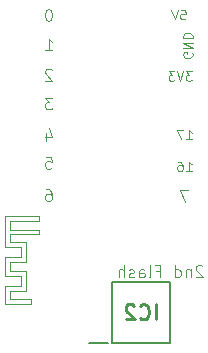
<source format=gbr>
%TF.GenerationSoftware,KiCad,Pcbnew,7.0.11-7.0.11~ubuntu22.04.1*%
%TF.CreationDate,2024-10-26T23:49:30+02:00*%
%TF.ProjectId,C6-40-Flash-test,43362d34-302d-4466-9c61-73682d746573,1.0*%
%TF.SameCoordinates,Original*%
%TF.FileFunction,Legend,Bot*%
%TF.FilePolarity,Positive*%
%FSLAX46Y46*%
G04 Gerber Fmt 4.6, Leading zero omitted, Abs format (unit mm)*
G04 Created by KiCad (PCBNEW 7.0.11-7.0.11~ubuntu22.04.1) date 2024-10-26 23:49:30*
%MOMM*%
%LPD*%
G01*
G04 APERTURE LIST*
%ADD10C,0.004000*%
%ADD11C,0.100000*%
%ADD12C,0.254000*%
%ADD13C,0.200000*%
G04 APERTURE END LIST*
D10*
X133055400Y-102000000D02*
X133055400Y-102721004D01*
X135544600Y-102721004D02*
X135544600Y-103104036D01*
X132672368Y-104157313D02*
X132672368Y-101552645D01*
X133055400Y-107871251D02*
X133055400Y-108605819D01*
X133055400Y-102721004D02*
X135544600Y-102721004D01*
X134896900Y-108988851D02*
X132672368Y-108988851D01*
X134896900Y-108605819D02*
X134896900Y-108988851D01*
X132672368Y-105049819D02*
X134043968Y-105049819D01*
X134043968Y-106601251D02*
X132672368Y-106601251D01*
X135544600Y-103104036D02*
X133055400Y-103104036D01*
X133055400Y-108605819D02*
X134896900Y-108605819D01*
X133055400Y-105432851D02*
X133055400Y-106218219D01*
X134427000Y-106218219D02*
X134427000Y-107871251D01*
X135544600Y-102000000D02*
X133055400Y-102000000D01*
X134427000Y-103774281D02*
X134427000Y-105432851D01*
X133055400Y-103774281D02*
X134427000Y-103774281D01*
X134427000Y-105432851D02*
X133055400Y-105432851D01*
X134427000Y-107871251D02*
X133055400Y-107871251D01*
X134043968Y-104157313D02*
X132672368Y-104157313D01*
X133055400Y-106218219D02*
X134427000Y-106218219D01*
X132672368Y-108988851D02*
X132672368Y-107488219D01*
X132672368Y-101552645D02*
X135544600Y-101552645D01*
X133055400Y-103104036D02*
X133055400Y-103774281D01*
X134043968Y-107488219D02*
X134043968Y-106601251D01*
X134043968Y-105049819D02*
X134043968Y-104157313D01*
X132672368Y-106601251D02*
X132672368Y-105049819D01*
X135544600Y-101552645D02*
X135544600Y-102000000D01*
X132672368Y-107488219D02*
X134043968Y-107488219D01*
D11*
X136405639Y-84022419D02*
X136310401Y-84022419D01*
X136310401Y-84022419D02*
X136215163Y-84070038D01*
X136215163Y-84070038D02*
X136167544Y-84117657D01*
X136167544Y-84117657D02*
X136119925Y-84212895D01*
X136119925Y-84212895D02*
X136072306Y-84403371D01*
X136072306Y-84403371D02*
X136072306Y-84641466D01*
X136072306Y-84641466D02*
X136119925Y-84831942D01*
X136119925Y-84831942D02*
X136167544Y-84927180D01*
X136167544Y-84927180D02*
X136215163Y-84974800D01*
X136215163Y-84974800D02*
X136310401Y-85022419D01*
X136310401Y-85022419D02*
X136405639Y-85022419D01*
X136405639Y-85022419D02*
X136500877Y-84974800D01*
X136500877Y-84974800D02*
X136548496Y-84927180D01*
X136548496Y-84927180D02*
X136596115Y-84831942D01*
X136596115Y-84831942D02*
X136643734Y-84641466D01*
X136643734Y-84641466D02*
X136643734Y-84403371D01*
X136643734Y-84403371D02*
X136596115Y-84212895D01*
X136596115Y-84212895D02*
X136548496Y-84117657D01*
X136548496Y-84117657D02*
X136500877Y-84070038D01*
X136500877Y-84070038D02*
X136405639Y-84022419D01*
X149393734Y-105817657D02*
X149346115Y-105770038D01*
X149346115Y-105770038D02*
X149250877Y-105722419D01*
X149250877Y-105722419D02*
X149012782Y-105722419D01*
X149012782Y-105722419D02*
X148917544Y-105770038D01*
X148917544Y-105770038D02*
X148869925Y-105817657D01*
X148869925Y-105817657D02*
X148822306Y-105912895D01*
X148822306Y-105912895D02*
X148822306Y-106008133D01*
X148822306Y-106008133D02*
X148869925Y-106150990D01*
X148869925Y-106150990D02*
X149441353Y-106722419D01*
X149441353Y-106722419D02*
X148822306Y-106722419D01*
X148393734Y-106055752D02*
X148393734Y-106722419D01*
X148393734Y-106150990D02*
X148346115Y-106103371D01*
X148346115Y-106103371D02*
X148250877Y-106055752D01*
X148250877Y-106055752D02*
X148108020Y-106055752D01*
X148108020Y-106055752D02*
X148012782Y-106103371D01*
X148012782Y-106103371D02*
X147965163Y-106198609D01*
X147965163Y-106198609D02*
X147965163Y-106722419D01*
X147060401Y-106722419D02*
X147060401Y-105722419D01*
X147060401Y-106674800D02*
X147155639Y-106722419D01*
X147155639Y-106722419D02*
X147346115Y-106722419D01*
X147346115Y-106722419D02*
X147441353Y-106674800D01*
X147441353Y-106674800D02*
X147488972Y-106627180D01*
X147488972Y-106627180D02*
X147536591Y-106531942D01*
X147536591Y-106531942D02*
X147536591Y-106246228D01*
X147536591Y-106246228D02*
X147488972Y-106150990D01*
X147488972Y-106150990D02*
X147441353Y-106103371D01*
X147441353Y-106103371D02*
X147346115Y-106055752D01*
X147346115Y-106055752D02*
X147155639Y-106055752D01*
X147155639Y-106055752D02*
X147060401Y-106103371D01*
X145488972Y-106198609D02*
X145822305Y-106198609D01*
X145822305Y-106722419D02*
X145822305Y-105722419D01*
X145822305Y-105722419D02*
X145346115Y-105722419D01*
X144822305Y-106722419D02*
X144917543Y-106674800D01*
X144917543Y-106674800D02*
X144965162Y-106579561D01*
X144965162Y-106579561D02*
X144965162Y-105722419D01*
X144012781Y-106722419D02*
X144012781Y-106198609D01*
X144012781Y-106198609D02*
X144060400Y-106103371D01*
X144060400Y-106103371D02*
X144155638Y-106055752D01*
X144155638Y-106055752D02*
X144346114Y-106055752D01*
X144346114Y-106055752D02*
X144441352Y-106103371D01*
X144012781Y-106674800D02*
X144108019Y-106722419D01*
X144108019Y-106722419D02*
X144346114Y-106722419D01*
X144346114Y-106722419D02*
X144441352Y-106674800D01*
X144441352Y-106674800D02*
X144488971Y-106579561D01*
X144488971Y-106579561D02*
X144488971Y-106484323D01*
X144488971Y-106484323D02*
X144441352Y-106389085D01*
X144441352Y-106389085D02*
X144346114Y-106341466D01*
X144346114Y-106341466D02*
X144108019Y-106341466D01*
X144108019Y-106341466D02*
X144012781Y-106293847D01*
X143584209Y-106674800D02*
X143488971Y-106722419D01*
X143488971Y-106722419D02*
X143298495Y-106722419D01*
X143298495Y-106722419D02*
X143203257Y-106674800D01*
X143203257Y-106674800D02*
X143155638Y-106579561D01*
X143155638Y-106579561D02*
X143155638Y-106531942D01*
X143155638Y-106531942D02*
X143203257Y-106436704D01*
X143203257Y-106436704D02*
X143298495Y-106389085D01*
X143298495Y-106389085D02*
X143441352Y-106389085D01*
X143441352Y-106389085D02*
X143536590Y-106341466D01*
X143536590Y-106341466D02*
X143584209Y-106246228D01*
X143584209Y-106246228D02*
X143584209Y-106198609D01*
X143584209Y-106198609D02*
X143536590Y-106103371D01*
X143536590Y-106103371D02*
X143441352Y-106055752D01*
X143441352Y-106055752D02*
X143298495Y-106055752D01*
X143298495Y-106055752D02*
X143203257Y-106103371D01*
X142727066Y-106722419D02*
X142727066Y-105722419D01*
X142298495Y-106722419D02*
X142298495Y-106198609D01*
X142298495Y-106198609D02*
X142346114Y-106103371D01*
X142346114Y-106103371D02*
X142441352Y-106055752D01*
X142441352Y-106055752D02*
X142584209Y-106055752D01*
X142584209Y-106055752D02*
X142679447Y-106103371D01*
X142679447Y-106103371D02*
X142727066Y-106150990D01*
X148469925Y-89296895D02*
X147974687Y-89296895D01*
X147974687Y-89296895D02*
X148241353Y-89601657D01*
X148241353Y-89601657D02*
X148127068Y-89601657D01*
X148127068Y-89601657D02*
X148050877Y-89639752D01*
X148050877Y-89639752D02*
X148012782Y-89677847D01*
X148012782Y-89677847D02*
X147974687Y-89754038D01*
X147974687Y-89754038D02*
X147974687Y-89944514D01*
X147974687Y-89944514D02*
X148012782Y-90020704D01*
X148012782Y-90020704D02*
X148050877Y-90058800D01*
X148050877Y-90058800D02*
X148127068Y-90096895D01*
X148127068Y-90096895D02*
X148355639Y-90096895D01*
X148355639Y-90096895D02*
X148431830Y-90058800D01*
X148431830Y-90058800D02*
X148469925Y-90020704D01*
X147746115Y-89296895D02*
X147479448Y-90096895D01*
X147479448Y-90096895D02*
X147212782Y-89296895D01*
X147022306Y-89296895D02*
X146527068Y-89296895D01*
X146527068Y-89296895D02*
X146793734Y-89601657D01*
X146793734Y-89601657D02*
X146679449Y-89601657D01*
X146679449Y-89601657D02*
X146603258Y-89639752D01*
X146603258Y-89639752D02*
X146565163Y-89677847D01*
X146565163Y-89677847D02*
X146527068Y-89754038D01*
X146527068Y-89754038D02*
X146527068Y-89944514D01*
X146527068Y-89944514D02*
X146565163Y-90020704D01*
X146565163Y-90020704D02*
X146603258Y-90058800D01*
X146603258Y-90058800D02*
X146679449Y-90096895D01*
X146679449Y-90096895D02*
X146908020Y-90096895D01*
X146908020Y-90096895D02*
X146984211Y-90058800D01*
X146984211Y-90058800D02*
X147022306Y-90020704D01*
X148141353Y-99322419D02*
X147474687Y-99322419D01*
X147474687Y-99322419D02*
X147903258Y-100322419D01*
X136167544Y-94505752D02*
X136167544Y-95172419D01*
X136405639Y-94124800D02*
X136643734Y-94839085D01*
X136643734Y-94839085D02*
X136024687Y-94839085D01*
X147562782Y-84096895D02*
X147943734Y-84096895D01*
X147943734Y-84096895D02*
X147981830Y-84477847D01*
X147981830Y-84477847D02*
X147943734Y-84439752D01*
X147943734Y-84439752D02*
X147867544Y-84401657D01*
X147867544Y-84401657D02*
X147677068Y-84401657D01*
X147677068Y-84401657D02*
X147600877Y-84439752D01*
X147600877Y-84439752D02*
X147562782Y-84477847D01*
X147562782Y-84477847D02*
X147524687Y-84554038D01*
X147524687Y-84554038D02*
X147524687Y-84744514D01*
X147524687Y-84744514D02*
X147562782Y-84820704D01*
X147562782Y-84820704D02*
X147600877Y-84858800D01*
X147600877Y-84858800D02*
X147677068Y-84896895D01*
X147677068Y-84896895D02*
X147867544Y-84896895D01*
X147867544Y-84896895D02*
X147943734Y-84858800D01*
X147943734Y-84858800D02*
X147981830Y-84820704D01*
X147296115Y-84096895D02*
X147029448Y-84896895D01*
X147029448Y-84896895D02*
X146762782Y-84096895D01*
X136072306Y-87522419D02*
X136643734Y-87522419D01*
X136358020Y-87522419D02*
X136358020Y-86522419D01*
X136358020Y-86522419D02*
X136453258Y-86665276D01*
X136453258Y-86665276D02*
X136548496Y-86760514D01*
X136548496Y-86760514D02*
X136643734Y-86808133D01*
X136167544Y-99272419D02*
X136358020Y-99272419D01*
X136358020Y-99272419D02*
X136453258Y-99320038D01*
X136453258Y-99320038D02*
X136500877Y-99367657D01*
X136500877Y-99367657D02*
X136596115Y-99510514D01*
X136596115Y-99510514D02*
X136643734Y-99700990D01*
X136643734Y-99700990D02*
X136643734Y-100081942D01*
X136643734Y-100081942D02*
X136596115Y-100177180D01*
X136596115Y-100177180D02*
X136548496Y-100224800D01*
X136548496Y-100224800D02*
X136453258Y-100272419D01*
X136453258Y-100272419D02*
X136262782Y-100272419D01*
X136262782Y-100272419D02*
X136167544Y-100224800D01*
X136167544Y-100224800D02*
X136119925Y-100177180D01*
X136119925Y-100177180D02*
X136072306Y-100081942D01*
X136072306Y-100081942D02*
X136072306Y-99843847D01*
X136072306Y-99843847D02*
X136119925Y-99748609D01*
X136119925Y-99748609D02*
X136167544Y-99700990D01*
X136167544Y-99700990D02*
X136262782Y-99653371D01*
X136262782Y-99653371D02*
X136453258Y-99653371D01*
X136453258Y-99653371D02*
X136548496Y-99700990D01*
X136548496Y-99700990D02*
X136596115Y-99748609D01*
X136596115Y-99748609D02*
X136643734Y-99843847D01*
X136119925Y-96522419D02*
X136596115Y-96522419D01*
X136596115Y-96522419D02*
X136643734Y-96998609D01*
X136643734Y-96998609D02*
X136596115Y-96950990D01*
X136596115Y-96950990D02*
X136500877Y-96903371D01*
X136500877Y-96903371D02*
X136262782Y-96903371D01*
X136262782Y-96903371D02*
X136167544Y-96950990D01*
X136167544Y-96950990D02*
X136119925Y-96998609D01*
X136119925Y-96998609D02*
X136072306Y-97093847D01*
X136072306Y-97093847D02*
X136072306Y-97331942D01*
X136072306Y-97331942D02*
X136119925Y-97427180D01*
X136119925Y-97427180D02*
X136167544Y-97474800D01*
X136167544Y-97474800D02*
X136262782Y-97522419D01*
X136262782Y-97522419D02*
X136500877Y-97522419D01*
X136500877Y-97522419D02*
X136596115Y-97474800D01*
X136596115Y-97474800D02*
X136643734Y-97427180D01*
X148515009Y-87724687D02*
X148553104Y-87800877D01*
X148553104Y-87800877D02*
X148553104Y-87915163D01*
X148553104Y-87915163D02*
X148515009Y-88029449D01*
X148515009Y-88029449D02*
X148438819Y-88105639D01*
X148438819Y-88105639D02*
X148362628Y-88143734D01*
X148362628Y-88143734D02*
X148210247Y-88181830D01*
X148210247Y-88181830D02*
X148095961Y-88181830D01*
X148095961Y-88181830D02*
X147943580Y-88143734D01*
X147943580Y-88143734D02*
X147867390Y-88105639D01*
X147867390Y-88105639D02*
X147791200Y-88029449D01*
X147791200Y-88029449D02*
X147753104Y-87915163D01*
X147753104Y-87915163D02*
X147753104Y-87838972D01*
X147753104Y-87838972D02*
X147791200Y-87724687D01*
X147791200Y-87724687D02*
X147829295Y-87686591D01*
X147829295Y-87686591D02*
X148095961Y-87686591D01*
X148095961Y-87686591D02*
X148095961Y-87838972D01*
X147753104Y-87343734D02*
X148553104Y-87343734D01*
X148553104Y-87343734D02*
X147753104Y-86886591D01*
X147753104Y-86886591D02*
X148553104Y-86886591D01*
X147753104Y-86505639D02*
X148553104Y-86505639D01*
X148553104Y-86505639D02*
X148553104Y-86315163D01*
X148553104Y-86315163D02*
X148515009Y-86200877D01*
X148515009Y-86200877D02*
X148438819Y-86124687D01*
X148438819Y-86124687D02*
X148362628Y-86086592D01*
X148362628Y-86086592D02*
X148210247Y-86048496D01*
X148210247Y-86048496D02*
X148095961Y-86048496D01*
X148095961Y-86048496D02*
X147943580Y-86086592D01*
X147943580Y-86086592D02*
X147867390Y-86124687D01*
X147867390Y-86124687D02*
X147791200Y-86200877D01*
X147791200Y-86200877D02*
X147753104Y-86315163D01*
X147753104Y-86315163D02*
X147753104Y-86505639D01*
X136643734Y-89167657D02*
X136596115Y-89120038D01*
X136596115Y-89120038D02*
X136500877Y-89072419D01*
X136500877Y-89072419D02*
X136262782Y-89072419D01*
X136262782Y-89072419D02*
X136167544Y-89120038D01*
X136167544Y-89120038D02*
X136119925Y-89167657D01*
X136119925Y-89167657D02*
X136072306Y-89262895D01*
X136072306Y-89262895D02*
X136072306Y-89358133D01*
X136072306Y-89358133D02*
X136119925Y-89500990D01*
X136119925Y-89500990D02*
X136691353Y-90072419D01*
X136691353Y-90072419D02*
X136072306Y-90072419D01*
X136691353Y-91522419D02*
X136072306Y-91522419D01*
X136072306Y-91522419D02*
X136405639Y-91903371D01*
X136405639Y-91903371D02*
X136262782Y-91903371D01*
X136262782Y-91903371D02*
X136167544Y-91950990D01*
X136167544Y-91950990D02*
X136119925Y-91998609D01*
X136119925Y-91998609D02*
X136072306Y-92093847D01*
X136072306Y-92093847D02*
X136072306Y-92331942D01*
X136072306Y-92331942D02*
X136119925Y-92427180D01*
X136119925Y-92427180D02*
X136167544Y-92474800D01*
X136167544Y-92474800D02*
X136262782Y-92522419D01*
X136262782Y-92522419D02*
X136548496Y-92522419D01*
X136548496Y-92522419D02*
X136643734Y-92474800D01*
X136643734Y-92474800D02*
X136691353Y-92427180D01*
X148024687Y-95046895D02*
X148481830Y-95046895D01*
X148253258Y-95046895D02*
X148253258Y-94246895D01*
X148253258Y-94246895D02*
X148329449Y-94361180D01*
X148329449Y-94361180D02*
X148405639Y-94437371D01*
X148405639Y-94437371D02*
X148481830Y-94475466D01*
X147758020Y-94246895D02*
X147224686Y-94246895D01*
X147224686Y-94246895D02*
X147567544Y-95046895D01*
X148024687Y-97746895D02*
X148481830Y-97746895D01*
X148253258Y-97746895D02*
X148253258Y-96946895D01*
X148253258Y-96946895D02*
X148329449Y-97061180D01*
X148329449Y-97061180D02*
X148405639Y-97137371D01*
X148405639Y-97137371D02*
X148481830Y-97175466D01*
X147338972Y-96946895D02*
X147491353Y-96946895D01*
X147491353Y-96946895D02*
X147567544Y-96984990D01*
X147567544Y-96984990D02*
X147605639Y-97023085D01*
X147605639Y-97023085D02*
X147681829Y-97137371D01*
X147681829Y-97137371D02*
X147719925Y-97289752D01*
X147719925Y-97289752D02*
X147719925Y-97594514D01*
X147719925Y-97594514D02*
X147681829Y-97670704D01*
X147681829Y-97670704D02*
X147643734Y-97708800D01*
X147643734Y-97708800D02*
X147567544Y-97746895D01*
X147567544Y-97746895D02*
X147415163Y-97746895D01*
X147415163Y-97746895D02*
X147338972Y-97708800D01*
X147338972Y-97708800D02*
X147300877Y-97670704D01*
X147300877Y-97670704D02*
X147262782Y-97594514D01*
X147262782Y-97594514D02*
X147262782Y-97404038D01*
X147262782Y-97404038D02*
X147300877Y-97327847D01*
X147300877Y-97327847D02*
X147338972Y-97289752D01*
X147338972Y-97289752D02*
X147415163Y-97251657D01*
X147415163Y-97251657D02*
X147567544Y-97251657D01*
X147567544Y-97251657D02*
X147643734Y-97289752D01*
X147643734Y-97289752D02*
X147681829Y-97327847D01*
X147681829Y-97327847D02*
X147719925Y-97404038D01*
D12*
X145419762Y-110289318D02*
X145419762Y-109019318D01*
X144089285Y-110168365D02*
X144149761Y-110228842D01*
X144149761Y-110228842D02*
X144331190Y-110289318D01*
X144331190Y-110289318D02*
X144452142Y-110289318D01*
X144452142Y-110289318D02*
X144633571Y-110228842D01*
X144633571Y-110228842D02*
X144754523Y-110107889D01*
X144754523Y-110107889D02*
X144815000Y-109986937D01*
X144815000Y-109986937D02*
X144875476Y-109745032D01*
X144875476Y-109745032D02*
X144875476Y-109563603D01*
X144875476Y-109563603D02*
X144815000Y-109321699D01*
X144815000Y-109321699D02*
X144754523Y-109200746D01*
X144754523Y-109200746D02*
X144633571Y-109079794D01*
X144633571Y-109079794D02*
X144452142Y-109019318D01*
X144452142Y-109019318D02*
X144331190Y-109019318D01*
X144331190Y-109019318D02*
X144149761Y-109079794D01*
X144149761Y-109079794D02*
X144089285Y-109140270D01*
X143605476Y-109140270D02*
X143545000Y-109079794D01*
X143545000Y-109079794D02*
X143424047Y-109019318D01*
X143424047Y-109019318D02*
X143121666Y-109019318D01*
X143121666Y-109019318D02*
X143000714Y-109079794D01*
X143000714Y-109079794D02*
X142940238Y-109140270D01*
X142940238Y-109140270D02*
X142879761Y-109261222D01*
X142879761Y-109261222D02*
X142879761Y-109382175D01*
X142879761Y-109382175D02*
X142940238Y-109563603D01*
X142940238Y-109563603D02*
X143665952Y-110289318D01*
X143665952Y-110289318D02*
X142879761Y-110289318D01*
D13*
%TO.C,IC2*%
X139755000Y-112295000D02*
X141405000Y-112295000D01*
X141755000Y-107100000D02*
X141755000Y-112330000D01*
X141755000Y-112330000D02*
X146605000Y-112330000D01*
X146605000Y-107100000D02*
X141755000Y-107100000D01*
X146605000Y-112330000D02*
X146605000Y-107100000D01*
%TD*%
M02*

</source>
